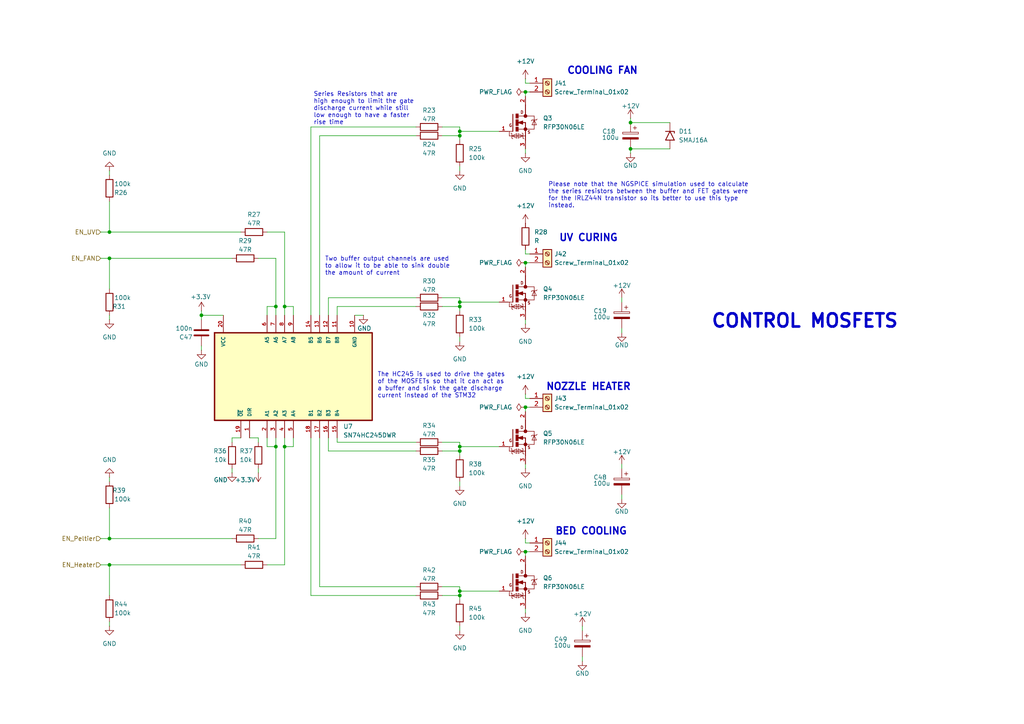
<source format=kicad_sch>
(kicad_sch (version 20250114) (generator "eeschema") (generator_version "9.0")
  (paper "A4")
  (title_block (title "Control Circuit") (date "2025-07-01") (rev "0.1") (company "Stellenbosch University") (comment 1 "Department of Mechanical and Mechatronic Engineering") (comment 2 "Student Number: 25848887") (comment 3 "Name: Simon Craig DANIEL"))
  (lib_symbols
    (symbol "Connector:Screw_Terminal_01x02" (pin_names (offset 1.016) (hide yes))
      (property "Reference" "J" (at 0 2.54 0))
      (property "Value" "Screw_Terminal_01x02" (at 0 -5.08 0))
      (symbol "Screw_Terminal_01x02_1_1"
        (rectangle (start -1.27 1.27) (end 1.27 -3.81) (stroke (width 0.254)) (fill (type background)))
        (polyline (pts (xy -0.5334 0.3302) (xy 0.3302 -0.508)) (stroke (width 0.1524)))
        (polyline (pts (xy -0.5334 -2.2098) (xy 0.3302 -3.048)) (stroke (width 0.1524)))
        (polyline (pts (xy -0.3556 0.508) (xy 0.508 -0.3302)) (stroke (width 0.1524)))
        (polyline (pts (xy -0.3556 -2.032) (xy 0.508 -2.8702)) (stroke (width 0.1524)))
        (circle (center 0 0) (radius 0.635) (stroke (width 0.1524)))
        (circle (center 0 -2.54) (radius 0.635) (stroke (width 0.1524)))
        (pin passive line (at -5.08 0 0) (length 3.81) (name "Pin_1") (number "1"))
        (pin passive line (at -5.08 -2.54 0) (length 3.81) (name "Pin_2") (number "2"))
      )
    )
    (symbol "Device:C" (pin_numbers (hide yes)) (pin_names (offset 0.254))
      (property "Reference" "C" (at 0.635 2.54 0))
      (property "Value" "C" (at 0.635 -2.54 0))
      (symbol "C_0_1"
        (polyline (pts (xy -2.032 0.762) (xy 2.032 0.762)) (stroke (width 0.508)))
        (polyline (pts (xy -2.032 -0.762) (xy 2.032 -0.762)) (stroke (width 0.508)))
      )
      (symbol "C_1_1"
        (pin passive line (at 0 3.81 270) (length 2.794) (name "~") (number "1"))
        (pin passive line (at 0 -3.81 90) (length 2.794) (name "~") (number "2"))
      )
    )
    (symbol "Device:C_Polarized" (pin_numbers (hide yes)) (pin_names (offset 0.254))
      (property "Reference" "C" (at 0.635 2.54 0))
      (property "Value" "C_Polarized" (at 0.635 -2.54 0))
      (symbol "C_Polarized_0_1"
        (rectangle (start -2.286 0.508) (end 2.286 1.016))
        (polyline (pts (xy -1.778 2.286) (xy -0.762 2.286)))
        (polyline (pts (xy -1.27 2.794) (xy -1.27 1.778)))
        (rectangle (start 2.286 -0.508) (end -2.286 -1.016) (fill (type outline)))
      )
      (symbol "C_Polarized_1_1"
        (pin passive line (at 0 3.81 270) (length 2.794) (name "~") (number "1"))
        (pin passive line (at 0 -3.81 90) (length 2.794) (name "~") (number "2"))
      )
    )
    (symbol "Device:R" (pin_numbers (hide yes)) (pin_names (offset 0))
      (property "Reference" "R" (at 2.032 0 90))
      (property "Value" "R" (at 0 0 90))
      (symbol "R_0_1"
        (rectangle (start -1.016 -2.54) (end 1.016 2.54) (stroke (width 0.254)))
      )
      (symbol "R_1_1"
        (pin passive line (at 0 3.81 270) (length 1.27) (name "~") (number "1"))
        (pin passive line (at 0 -3.81 90) (length 1.27) (name "~") (number "2"))
      )
    )
    (symbol "Diode:SMAJ16A" (pin_numbers (hide yes)) (pin_names (offset 1.016) (hide yes))
      (property "Reference" "D" (at 0 2.54 0))
      (property "Value" "SMAJ16A" (at 0 -2.54 0))
      (symbol "SMAJ16A_0_1"
        (polyline (pts (xy -0.762 1.27) (xy -1.27 1.27) (xy -1.27 -1.27)) (stroke (width 0.254)))
        (polyline (pts (xy 1.27 1.27) (xy 1.27 -1.27) (xy -1.27 0) (xy 1.27 1.27)) (stroke (width 0.254)))
      )
      (symbol "SMAJ16A_1_1"
        (pin passive line (at -3.81 0 0) (length 2.54) (name "A1") (number "1"))
        (pin passive line (at 3.81 0 180) (length 2.54) (name "A2") (number "2"))
      )
    )
    (symbol "RFP30N06LE:RFP30N06LE" (pin_names (offset 1.016))
      (property "Reference" "Q" (at 5.0818 2.5409 0))
      (property "Value" "RFP30N06LE" (at 5.0888 -2.5444 0))
      (symbol "RFP30N06LE_0_0"
        (polyline (pts (xy -4.6736 -2.54) (xy -5.08 -2.54)) (stroke (width 0.1524)))
        (polyline (pts (xy -4.6736 -2.54) (xy -4.6736 -3.8608)) (stroke (width 0.1524)))
        (polyline (pts (xy -4.6736 -3.8608) (xy -3.937 -3.8608)) (stroke (width 0.1524)))
        (polyline (pts (xy -4.2164 -3.0226) (xy -3.937 -3.2258)) (stroke (width 0.1524)))
        (polyline (pts (xy -3.937 -3.8608) (xy -3.937 -3.2258)) (stroke (width 0.1524)))
        (polyline (pts (xy -3.937 -3.8608) (xy -2.54 -4.4958)) (stroke (width 0.1524)))
        (polyline (pts (xy -3.937 -3.8608) (xy -1.27 -3.8608)) (stroke (width 0.1524)))
        (polyline (pts (xy -3.937 -4.4958) (xy -3.937 -3.8608)) (stroke (width 0.1524)))
        (polyline (pts (xy -3.937 -4.4958) (xy -3.6576 -4.699)) (stroke (width 0.1524)))
        (polyline (pts (xy -3.6576 2.413) (xy -3.6576 -2.54)) (stroke (width 0.254)))
        (polyline (pts (xy -3.6576 -2.54) (xy -4.6736 -2.54)) (stroke (width 0.1524)))
        (rectangle (start -2.7992 -2.5448) (end -2.032 -1.27) (stroke (width 0.1)) (fill (type outline)))
        (rectangle (start -2.7986 1.2721) (end -2.032 2.54) (stroke (width 0.1)) (fill (type outline)))
        (rectangle (start -2.7957 -0.8895) (end -2.032 0.889) (stroke (width 0.1)) (fill (type outline)))
        (polyline (pts (xy -2.54 -3.2258) (xy -3.937 -3.8608)) (stroke (width 0.1524)))
        (polyline (pts (xy -2.54 -4.4958) (xy -2.54 -3.2258)) (stroke (width 0.1524)))
        (polyline (pts (xy -2.286 0) (xy -0.762 -0.508)) (stroke (width 0.1524)))
        (polyline (pts (xy -2.1082 -3.2258) (xy -2.1082 -4.4958)) (stroke (width 0.1524)))
        (polyline (pts (xy -2.1082 -4.4958) (xy -0.7112 -3.8608)) (stroke (width 0.1524)))
        (polyline (pts (xy -2.032 0) (xy -2.286 0)) (stroke (width 0.254)))
        (polyline (pts (xy -2.032 0) (xy -0.889 -0.254)) (stroke (width 0.3048)))
        (polyline (pts (xy -2.032 -1.905) (xy 0 -1.905)) (stroke (width 0.1524)))
        (polyline (pts (xy -1.905 0) (xy -2.032 0)) (stroke (width 0.254)))
        (polyline (pts (xy -1.143 0.254) (xy -2.032 0)) (stroke (width 0.3048)))
        (polyline (pts (xy -0.889 0.254) (xy -2.286 0)) (stroke (width 0.1524)))
        (polyline (pts (xy -0.889 0.254) (xy -1.905 0)) (stroke (width 0.3048)))
        (polyline (pts (xy -0.889 -0.254) (xy -0.889 0.254)) (stroke (width 0.3048)))
        (polyline (pts (xy -0.762 0.508) (xy -2.286 0)) (stroke (width 0.1524)))
        (polyline (pts (xy -0.762 0) (xy -1.905 0)) (stroke (width 0.254)))
        (polyline (pts (xy -0.762 0) (xy -0.762 0.508)) (stroke (width 0.1524)))
        (polyline (pts (xy -0.762 0) (xy 0 0)) (stroke (width 0.254)))
        (polyline (pts (xy -0.762 -0.508) (xy -0.762 0)) (stroke (width 0.1524)))
        (polyline (pts (xy -0.7112 -3.2258) (xy -0.9906 -3.0226)) (stroke (width 0.1524)))
        (polyline (pts (xy -0.7112 -3.2258) (xy -0.7112 -3.8608)) (stroke (width 0.1524)))
        (polyline (pts (xy -0.7112 -3.8608) (xy -3.3782 -3.8608)) (stroke (width 0.1524)))
        (polyline (pts (xy -0.7112 -3.8608) (xy -2.1082 -3.2258)) (stroke (width 0.1524)))
        (polyline (pts (xy -0.7112 -3.8608) (xy -0.7112 -4.4958)) (stroke (width 0.1524)))
        (polyline (pts (xy -0.4318 -4.699) (xy -0.7112 -4.4958)) (stroke (width 0.1524)))
        (polyline (pts (xy 0 5.08) (xy 0 2.032)) (stroke (width 0.254)))
        (polyline (pts (xy 0 2.032) (xy 0 1.905)) (stroke (width 0.1524)))
        (circle (center 0 1.905) (radius 0.127) (stroke (width 0.4064)))
        (polyline (pts (xy 0 1.905) (xy -2.0066 1.905)) (stroke (width 0.1524)))
        (polyline (pts (xy 0 1.905) (xy 2.54 1.905)) (stroke (width 0.1524)))
        (polyline (pts (xy 0 0) (xy 0 -1.778)) (stroke (width 0.254)))
        (polyline (pts (xy 0 -1.905) (xy 0 -2.032)) (stroke (width 0.1524)))
        (circle (center 0 -1.905) (radius 0.127) (stroke (width 0.4064)))
        (polyline (pts (xy 0 -3.8608) (xy -0.7112 -3.8608)) (stroke (width 0.1524)))
        (polyline (pts (xy 0 -3.8608) (xy 0 -2.032)) (stroke (width 0.254)))
        (polyline (pts (xy 0 -5.08) (xy 0 -3.8608)) (stroke (width 0.254)))
        (polyline (pts (xy 1.905 0.762) (xy 1.7018 0.4826)) (stroke (width 0.1524)))
        (polyline (pts (xy 1.905 0.762) (xy 2.54 0.762)) (stroke (width 0.1524)))
        (polyline (pts (xy 1.905 -0.635) (xy 3.175 -0.635)) (stroke (width 0.1524)))
        (polyline (pts (xy 2.54 1.905) (xy 2.54 0.762)) (stroke (width 0.1524)))
        (polyline (pts (xy 2.54 0.762) (xy 1.905 -0.635)) (stroke (width 0.1524)))
        (polyline (pts (xy 2.54 0.762) (xy 2.54 -1.905)) (stroke (width 0.1524)))
        (polyline (pts (xy 2.54 0.762) (xy 3.175 0.762)) (stroke (width 0.1524)))
        (polyline (pts (xy 2.54 -1.905) (xy 0 -1.905)) (stroke (width 0.1524)))
        (polyline (pts (xy 3.175 -0.635) (xy 2.54 0.762)) (stroke (width 0.1524)))
        (polyline (pts (xy 3.3782 1.0414) (xy 3.175 0.762)) (stroke (width 0.1524)))
        (text "G" (at -4.8326 -1.2718 0) (effects (font (size 0.8139 0.8139)) (justify left bottom)))
        (text "D" (at -1.5263 2.5438 0) (effects (font (size 0.814 0.814)) (justify left bottom)))
        (text "S" (at 0.5336 -3.2524 0) (effects (font (size 0.8131 0.8131)) (justify left bottom)))
        (pin input line (at -7.62 -2.54 0) (length 2.54) (name "~") (number "1"))
        (pin power_in line (at 0 7.62 270) (length 2.54) (name "~") (number "2"))
        (pin power_in line (at 0 -7.62 90) (length 2.54) (name "~") (number "3"))
      )
    )
    (symbol "SN74HC245DWR:SN74HC245DWR" (pin_names (offset 1.016))
      (property "Reference" "U" (at -12.7 23.86 0))
      (property "Value" "SN74HC245DWR" (at -12.7 -26.86 0))
      (symbol "SN74HC245DWR_0_0"
        (rectangle (start -12.7 -22.86) (end 12.7 22.86) (stroke (width 0.41)) (fill (type background)))
        (pin input line (at -17.78 15.24 0) (length 5.08) (name "~{OE}") (number "19"))
        (pin input line (at -17.78 12.7 0) (length 5.08) (name "DIR") (number "1"))
        (pin bidirectional line (at -17.78 7.62 0) (length 5.08) (name "A1") (number "2"))
        (pin bidirectional line (at -17.78 5.08 0) (length 5.08) (name "A2") (number "3"))
        (pin bidirectional line (at -17.78 2.54 0) (length 5.08) (name "A3") (number "4"))
        (pin bidirectional line (at -17.78 0 0) (length 5.08) (name "A4") (number "5"))
        (pin bidirectional line (at -17.78 -5.08 0) (length 5.08) (name "B1") (number "18"))
        (pin bidirectional line (at -17.78 -7.62 0) (length 5.08) (name "B2") (number "17"))
        (pin bidirectional line (at -17.78 -10.16 0) (length 5.08) (name "B3") (number "16"))
        (pin bidirectional line (at -17.78 -12.7 0) (length 5.08) (name "B4") (number "15"))
        (pin power_in line (at 17.78 20.32 180) (length 5.08) (name "VCC") (number "20"))
        (pin bidirectional line (at 17.78 7.62 180) (length 5.08) (name "A5") (number "6"))
        (pin bidirectional line (at 17.78 5.08 180) (length 5.08) (name "A6") (number "7"))
        (pin bidirectional line (at 17.78 2.54 180) (length 5.08) (name "A7") (number "8"))
        (pin bidirectional line (at 17.78 0 180) (length 5.08) (name "A8") (number "9"))
        (pin bidirectional line (at 17.78 -5.08 180) (length 5.08) (name "B5") (number "14"))
        (pin bidirectional line (at 17.78 -7.62 180) (length 5.08) (name "B6") (number "13"))
        (pin bidirectional line (at 17.78 -10.16 180) (length 5.08) (name "B7") (number "12"))
        (pin bidirectional line (at 17.78 -12.7 180) (length 5.08) (name "B8") (number "11"))
        (pin power_in line (at 17.78 -17.78 180) (length 5.08) (name "GND") (number "10"))
      )
    )
    (symbol "power:+12V" (power) (pin_numbers (hide yes)) (pin_names (offset 0) (hide yes))
      (property "Value" "+12V" (at 0 3.556 0))
      (symbol "+12V_0_1"
        (polyline (pts (xy -0.762 1.27) (xy 0 2.54)))
        (polyline (pts (xy 0 2.54) (xy 0.762 1.27)))
        (polyline (pts (xy 0 0) (xy 0 2.54)))
      )
      (symbol "+12V_1_1"
        (pin power_in line (at 0 0 90) (length 0) (name "~") (number "1"))
      )
    )
    (symbol "power:+24V" (power) (pin_numbers (hide yes)) (pin_names (offset 0) (hide yes))
      (property "Value" "+24V" (at 0 3.556 0))
      (symbol "+24V_0_1"
        (polyline (pts (xy -0.762 1.27) (xy 0 2.54)))
        (polyline (pts (xy 0 2.54) (xy 0.762 1.27)))
        (polyline (pts (xy 0 0) (xy 0 2.54)))
      )
      (symbol "+24V_1_1"
        (pin power_in line (at 0 0 90) (length 0) (name "~") (number "1"))
      )
    )
    (symbol "power:+3.3V" (power) (pin_numbers (hide yes)) (pin_names (offset 0) (hide yes))
      (property "Value" "+3.3V" (at 0 3.556 0))
      (symbol "+3.3V_0_1"
        (polyline (pts (xy -0.762 1.27) (xy 0 2.54)))
        (polyline (pts (xy 0 2.54) (xy 0.762 1.27)))
        (polyline (pts (xy 0 0) (xy 0 2.54)))
      )
      (symbol "+3.3V_1_1"
        (pin power_in line (at 0 0 90) (length 0) (name "~") (number "1"))
      )
    )
    (symbol "power:GND" (power) (pin_numbers (hide yes)) (pin_names (offset 0) (hide yes))
      (property "Value" "GND" (at 0 -3.81 0))
      (symbol "GND_0_1"
        (polyline (pts (xy 0 0) (xy 0 -1.27) (xy 1.27 -1.27) (xy 0 -2.54) (xy -1.27 -1.27) (xy 0 -1.27)))
      )
      (symbol "GND_1_1"
        (pin power_in line (at 0 0 270) (length 0) (name "~") (number "1"))
      )
    )
    (symbol "power:PWR_FLAG" (power) (pin_numbers (hide yes)) (pin_names (offset 0) (hide yes))
      (property "Value" "PWR_FLAG" (at 0 3.81 0))
      (symbol "PWR_FLAG_0_0"
        (pin power_out line (at 0 0 90) (length 0) (name "~") (number "1"))
      )
      (symbol "PWR_FLAG_0_1"
        (polyline (pts (xy 0 0) (xy 0 1.27) (xy -1.016 1.905) (xy 0 2.54) (xy 1.016 1.905) (xy 0 1.27)))
      )
    )
  )
  (text "UV CURING" (at 170.688 69.088 0) (effects (font (size 2.032 2.032) (thickness 0.4064) (bold yes))))
  (text "NOZZLE HEATER" (at 170.688 112.268 0) (effects (font (size 2.032 2.032) (thickness 0.4064) (bold yes))))
  (text "COOLING FAN\n" (at 174.752 20.574 0) (effects (font (size 2.032 2.032) (thickness 0.4064) (bold yes))))
  (text "Two buffer output channels are used \nto allow it to be able to sink double \nthe amount of current" (at 94.234 77.216 0) (effects (font (size 1.27 1.27)) (justify left)))
  (text "The HC245 is used to drive the gates \nof the MOSFETs so that it can act as \na buffer and sink the gate discharge \ncurrent instead of the STM32 " (at 109.474 111.76 0) (effects (font (size 1.27 1.27)) (justify left)))
  (text "Please note that the NGSPICE simulation used to calculate \nthe series resistors between the buffer and FET gates were \nfor the IRLZ44N transistor so its better to use this type \ninstead." (at 159.004 56.642 0) (effects (font (size 1.27 1.27)) (justify left)))
  (text "CONTROL MOSFETS\n" (at 233.426 93.218 0) (effects (font (size 3.81 3.81) (thickness 0.762) (bold yes))))
  (text "Series Resistors that are \nhigh enough to limit the gate \ndischarge current while still \nlow enough to have a faster \nrise time\n" (at 90.932 31.496 0) (effects (font (size 1.27 1.27)) (justify left)))
  (text "BED COOLING" (at 171.45 154.178 0) (effects (font (size 2.032 2.032) (thickness 0.4064) (bold yes))))
  (junction (at 31.75 74.93))
  (junction (at 80.01 88.9))
  (junction (at 152.4 118.11))
  (junction (at 31.75 67.31))
  (junction (at 152.4 76.2))
  (junction (at 152.4 26.67))
  (junction (at 182.88 43.18))
  (junction (at 182.88 35.56))
  (junction (at 133.35 39.37))
  (junction (at 133.35 172.72))
  (junction (at 133.35 129.54))
  (junction (at 133.35 88.9))
  (junction (at 133.35 38.1))
  (junction (at 82.55 129.54))
  (junction (at 80.01 129.54))
  (junction (at 31.75 156.21))
  (junction (at 133.35 171.45))
  (junction (at 133.35 87.63))
  (junction (at 31.75 163.83))
  (junction (at 133.35 130.81))
  (junction (at 82.55 88.9))
  (junction (at 58.42 91.44))
  (junction (at 152.4 160.02))
  (wire (pts (xy 152.4 134.62) (xy 152.4 135.89)))
  (wire (pts (xy 77.47 127) (xy 77.47 129.54)))
  (wire (pts (xy 133.35 139.7) (xy 133.35 140.97)))
  (wire (pts (xy 152.4 115.57) (xy 153.67 115.57)))
  (wire (pts (xy 31.75 156.21) (xy 67.31 156.21)))
  (wire (pts (xy 182.88 34.29) (xy 182.88 35.56)))
  (wire (pts (xy 29.21 74.93) (xy 31.75 74.93)))
  (wire (pts (xy 105.41 91.44) (xy 102.87 91.44)))
  (wire (pts (xy 82.55 88.9) (xy 82.55 67.31)))
  (wire (pts (xy 152.4 160.02) (xy 153.67 160.02)))
  (wire (pts (xy 133.35 129.54) (xy 144.78 129.54)))
  (wire (pts (xy 152.4 119.38) (xy 152.4 118.11)))
  (wire (pts (xy 90.17 36.83) (xy 120.65 36.83)))
  (wire (pts (xy 152.4 43.18) (xy 152.4 44.45)))
  (wire (pts (xy 92.71 170.18) (xy 120.65 170.18)))
  (wire (pts (xy 152.4 76.2) (xy 153.67 76.2)))
  (wire (pts (xy 31.75 92.71) (xy 31.75 91.44)))
  (wire (pts (xy 74.93 135.89) (xy 74.93 137.16)))
  (wire (pts (xy 133.35 181.61) (xy 133.35 182.88)))
  (wire (pts (xy 194.31 43.18) (xy 182.88 43.18)))
  (wire (pts (xy 128.27 86.36) (xy 133.35 86.36)))
  (wire (pts (xy 95.25 86.36) (xy 120.65 86.36)))
  (wire (pts (xy 31.75 163.83) (xy 69.85 163.83)))
  (wire (pts (xy 31.75 163.83) (xy 31.75 172.72)))
  (wire (pts (xy 67.31 135.89) (xy 67.31 137.16)))
  (wire (pts (xy 152.4 114.3) (xy 152.4 115.57)))
  (wire (pts (xy 85.09 91.44) (xy 85.09 88.9)))
  (wire (pts (xy 128.27 88.9) (xy 133.35 88.9)))
  (wire (pts (xy 152.4 156.21) (xy 152.4 157.48)))
  (wire (pts (xy 58.42 101.6) (xy 58.42 100.33)))
  (wire (pts (xy 31.75 58.42) (xy 31.75 67.31)))
  (wire (pts (xy 90.17 172.72) (xy 120.65 172.72)))
  (wire (pts (xy 133.35 97.79) (xy 133.35 99.06)))
  (wire (pts (xy 152.4 73.66) (xy 153.67 73.66)))
  (wire (pts (xy 97.79 128.27) (xy 120.65 128.27)))
  (wire (pts (xy 133.35 88.9) (xy 133.35 87.63)))
  (wire (pts (xy 152.4 22.86) (xy 152.4 24.13)))
  (wire (pts (xy 168.91 181.61) (xy 168.91 182.88)))
  (wire (pts (xy 95.25 130.81) (xy 120.65 130.81)))
  (wire (pts (xy 74.93 127) (xy 74.93 128.27)))
  (wire (pts (xy 133.35 170.18) (xy 133.35 171.45)))
  (wire (pts (xy 97.79 127) (xy 97.79 128.27)))
  (wire (pts (xy 31.75 138.43) (xy 31.75 139.7)))
  (wire (pts (xy 90.17 36.83) (xy 90.17 91.44)))
  (wire (pts (xy 180.34 86.36) (xy 180.34 87.63)))
  (wire (pts (xy 133.35 39.37) (xy 133.35 40.64)))
  (wire (pts (xy 80.01 74.93) (xy 74.93 74.93)))
  (wire (pts (xy 152.4 176.53) (xy 152.4 177.8)))
  (wire (pts (xy 133.35 86.36) (xy 133.35 87.63)))
  (wire (pts (xy 80.01 129.54) (xy 80.01 156.21)))
  (wire (pts (xy 31.75 180.34) (xy 31.75 181.61)))
  (wire (pts (xy 92.71 39.37) (xy 120.65 39.37)))
  (wire (pts (xy 182.88 43.18) (xy 182.88 44.45)))
  (wire (pts (xy 58.42 91.44) (xy 58.42 92.71)))
  (wire (pts (xy 168.91 190.5) (xy 168.91 191.77)))
  (wire (pts (xy 152.4 118.11) (xy 153.67 118.11)))
  (wire (pts (xy 80.01 91.44) (xy 80.01 88.9)))
  (wire (pts (xy 67.31 127) (xy 69.85 127)))
  (wire (pts (xy 180.34 143.51) (xy 180.34 144.78)))
  (wire (pts (xy 128.27 172.72) (xy 133.35 172.72)))
  (wire (pts (xy 85.09 88.9) (xy 82.55 88.9)))
  (wire (pts (xy 85.09 127) (xy 85.09 129.54)))
  (wire (pts (xy 74.93 127) (xy 72.39 127)))
  (wire (pts (xy 133.35 87.63) (xy 144.78 87.63)))
  (wire (pts (xy 152.4 92.71) (xy 152.4 93.98)))
  (wire (pts (xy 133.35 38.1) (xy 144.78 38.1)))
  (wire (pts (xy 82.55 163.83) (xy 77.47 163.83)))
  (wire (pts (xy 31.75 74.93) (xy 67.31 74.93)))
  (wire (pts (xy 133.35 171.45) (xy 144.78 171.45)))
  (wire (pts (xy 133.35 172.72) (xy 133.35 173.99)))
  (wire (pts (xy 67.31 127) (xy 67.31 128.27)))
  (wire (pts (xy 152.4 161.29) (xy 152.4 160.02)))
  (wire (pts (xy 152.4 26.67) (xy 153.67 26.67)))
  (wire (pts (xy 180.34 134.62) (xy 180.34 135.89)))
  (wire (pts (xy 29.21 163.83) (xy 31.75 163.83)))
  (wire (pts (xy 58.42 90.17) (xy 58.42 91.44)))
  (wire (pts (xy 97.79 88.9) (xy 120.65 88.9)))
  (wire (pts (xy 133.35 130.81) (xy 133.35 129.54)))
  (wire (pts (xy 152.4 157.48) (xy 153.67 157.48)))
  (wire (pts (xy 95.25 86.36) (xy 95.25 91.44)))
  (wire (pts (xy 133.35 172.72) (xy 133.35 171.45)))
  (wire (pts (xy 82.55 67.31) (xy 77.47 67.31)))
  (wire (pts (xy 82.55 91.44) (xy 82.55 88.9)))
  (wire (pts (xy 133.35 88.9) (xy 133.35 90.17)))
  (wire (pts (xy 180.34 95.25) (xy 180.34 96.52)))
  (wire (pts (xy 80.01 88.9) (xy 80.01 74.93)))
  (wire (pts (xy 128.27 128.27) (xy 133.35 128.27)))
  (wire (pts (xy 77.47 88.9) (xy 80.01 88.9)))
  (wire (pts (xy 133.35 130.81) (xy 133.35 132.08)))
  (wire (pts (xy 82.55 127) (xy 82.55 129.54)))
  (wire (pts (xy 58.42 91.44) (xy 64.77 91.44)))
  (wire (pts (xy 82.55 129.54) (xy 82.55 163.83)))
  (wire (pts (xy 133.35 36.83) (xy 133.35 38.1)))
  (wire (pts (xy 92.71 39.37) (xy 92.71 91.44)))
  (wire (pts (xy 152.4 27.94) (xy 152.4 26.67)))
  (wire (pts (xy 29.21 156.21) (xy 31.75 156.21)))
  (wire (pts (xy 80.01 156.21) (xy 74.93 156.21)))
  (wire (pts (xy 152.4 72.39) (xy 152.4 73.66)))
  (wire (pts (xy 194.31 35.56) (xy 182.88 35.56)))
  (wire (pts (xy 133.35 48.26) (xy 133.35 49.53)))
  (wire (pts (xy 95.25 127) (xy 95.25 130.81)))
  (wire (pts (xy 90.17 127) (xy 90.17 172.72)))
  (wire (pts (xy 92.71 127) (xy 92.71 170.18)))
  (wire (pts (xy 31.75 67.31) (xy 69.85 67.31)))
  (wire (pts (xy 133.35 39.37) (xy 133.35 38.1)))
  (wire (pts (xy 152.4 77.47) (xy 152.4 76.2)))
  (wire (pts (xy 77.47 129.54) (xy 80.01 129.54)))
  (wire (pts (xy 29.21 67.31) (xy 31.75 67.31)))
  (wire (pts (xy 128.27 39.37) (xy 133.35 39.37)))
  (wire (pts (xy 152.4 24.13) (xy 153.67 24.13)))
  (wire (pts (xy 31.75 74.93) (xy 31.75 83.82)))
  (wire (pts (xy 31.75 50.8) (xy 31.75 49.53)))
  (wire (pts (xy 77.47 91.44) (xy 77.47 88.9)))
  (wire (pts (xy 128.27 130.81) (xy 133.35 130.81)))
  (wire (pts (xy 97.79 88.9) (xy 97.79 91.44)))
  (wire (pts (xy 80.01 127) (xy 80.01 129.54)))
  (wire (pts (xy 128.27 36.83) (xy 133.35 36.83)))
  (wire (pts (xy 128.27 170.18) (xy 133.35 170.18)))
  (wire (pts (xy 31.75 147.32) (xy 31.75 156.21)))
  (wire (pts (xy 133.35 128.27) (xy 133.35 129.54)))
  (wire (pts (xy 85.09 129.54) (xy 82.55 129.54)))
  (hierarchical_label "EN_Peltier" (shape input) (at 29.21 156.21 180))
  (hierarchical_label "EN_UV" (shape input) (at 29.21 67.31 180))
  (hierarchical_label "EN_Heater" (shape input) (at 29.21 163.83 180))
  (hierarchical_label "EN_FAN" (shape input) (at 29.21 74.93 180))
  (symbol (lib_id "Connector:Screw_Terminal_01x02") (at 158.75 73.66 0) (unit 1)
    (property "Reference" "J42" (at 160.782 73.66 0) (effects (justify left)))
    (property "Value" "Screw_Terminal_01x02" (at 160.782 76.2 0) (effects (justify left)))
    (property "Footprint" "TerminalBlock_Phoenix:TerminalBlock_Phoenix_MKDS-1,5-2-5.08_1x02_P5.08mm_Horizontal" (effects (hide yes)))
    (property "Description" "Generic screw terminal, single row, 01x02, script generated (kicad-library-utils/schlib/autogen/connector/)" (effects (hide yes)))
  )
  (symbol (lib_id "power:PWR_FLAG") (at 152.4 118.11 90) (unit 1)
    (property "Reference" "#FLG012" (effects (hide yes)))
    (property "Value" "PWR_FLAG" (at 148.59 118.1099 90) (effects (justify left)))
    (property "Description" "Special symbol for telling ERC where power comes from" (effects (hide yes)))
  )
  (symbol (lib_id "power:PWR_FLAG") (at 152.4 160.02 90) (unit 1)
    (property "Reference" "#FLG013" (effects (hide yes)))
    (property "Value" "PWR_FLAG" (at 148.59 160.0199 90) (effects (justify left)))
    (property "Description" "Special symbol for telling ERC where power comes from" (effects (hide yes)))
  )
  (symbol (lib_id "power:GND") (at 133.35 182.88 0) (mirror y) (unit 1)
    (property "Reference" "#PWR0129" (effects (hide yes)))
    (property "Value" "GND" (at 133.35 187.96 0))
    (property "Description" "Power symbol creates a global label with name \"GND\" , ground" (effects (hide yes)))
  )
  (symbol (lib_id "Device:R") (at 124.46 128.27 90) (unit 1)
    (property "Reference" "R34" (at 124.46 123.444 90))
    (property "Value" "47R" (at 124.46 125.984 90))
    (property "Footprint" "Resistor_SMD:R_0805_2012Metric" (effects (hide yes)))
    (property "Description" "Resistor" (effects (hide yes)))
  )
  (symbol (lib_id "Device:R") (at 124.46 88.9 90) (mirror x) (unit 1)
    (property "Reference" "R32" (at 124.46 91.44 90))
    (property "Value" "47R" (at 124.46 93.98 90))
    (property "Footprint" "Resistor_SMD:R_0805_2012Metric" (effects (hide yes)))
    (property "Description" "Resistor" (effects (hide yes)))
  )
  (symbol (lib_id "power:GND") (at 180.34 144.78 0) (mirror y) (unit 1)
    (property "Reference" "#PWR0124" (effects (hide yes)))
    (property "Value" "GND" (at 180.34 148.336 0))
    (property "Description" "Power symbol creates a global label with name \"GND\" , ground" (effects (hide yes)))
  )
  (symbol (lib_id "Device:R") (at 124.46 39.37 90) (mirror x) (unit 1)
    (property "Reference" "R24" (at 124.46 41.91 90))
    (property "Value" "47R" (at 124.46 44.45 90))
    (property "Footprint" "Resistor_SMD:R_0805_2012Metric" (effects (hide yes)))
    (property "Description" "Resistor" (effects (hide yes)))
  )
  (symbol (lib_id "Diode:SMAJ16A") (at 194.31 39.37 270) (unit 1)
    (property "Reference" "D11" (at 196.85 38.0999 90) (effects (justify left)))
    (property "Value" "SMAJ16A" (at 196.85 40.6399 90) (effects (justify left)))
    (property "Footprint" "Diode_SMD:D_SMA" (effects (hide yes)))
    (property "Datasheet" "https://www.littelfuse.com/media?resourcetype=datasheets&itemid=75e32973-b177-4ee3-a0ff-cedaf1abdb93&filename=smaj-datasheet" (effects (hide yes)))
    (property "Description" "400W unidirectional Transient Voltage Suppressor, 16.0Vr, SMA(DO-214AC)" (effects (hide yes)))
  )
  (symbol (lib_id "power:GND") (at 152.4 177.8 0) (unit 1)
    (property "Reference" "#PWR0126" (effects (hide yes)))
    (property "Value" "GND" (at 152.4 182.88 0))
    (property "Description" "Power symbol creates a global label with name \"GND\" , ground" (effects (hide yes)))
  )
  (symbol (lib_id "power:+24V") (at 180.34 134.62 0) (mirror y) (unit 1)
    (property "Reference" "#PWR0118" (effects (hide yes)))
    (property "Value" "+12V" (at 180.34 131.064 0))
    (property "Description" "Power symbol creates a global label with name \"+24V\"" (effects (hide yes)))
  )
  (symbol (lib_id "Connector:Screw_Terminal_01x02") (at 158.75 157.48 0) (unit 1)
    (property "Reference" "J44" (at 160.782 157.48 0) (effects (justify left)))
    (property "Value" "Screw_Terminal_01x02" (at 160.782 160.02 0) (effects (justify left)))
    (property "Footprint" "TerminalBlock_Phoenix:TerminalBlock_Phoenix_MKDS-1,5-2-5.08_1x02_P5.08mm_Horizontal" (effects (hide yes)))
    (property "Description" "Generic screw terminal, single row, 01x02, script generated (kicad-library-utils/schlib/autogen/connector/)" (effects (hide yes)))
  )
  (symbol (lib_id "Device:R") (at 124.46 172.72 90) (mirror x) (unit 1)
    (property "Reference" "R43" (at 124.46 175.26 90))
    (property "Value" "47R" (at 124.46 177.8 90))
    (property "Footprint" "Resistor_SMD:R_0805_2012Metric" (effects (hide yes)))
    (property "Description" "Resistor" (effects (hide yes)))
  )
  (symbol (lib_id "power:GND") (at 31.75 92.71 0) (mirror y) (unit 1)
    (property "Reference" "#PWR0112" (effects (hide yes)))
    (property "Value" "GND" (at 31.75 97.79 0))
    (property "Description" "Power symbol creates a global label with name \"GND\" , ground" (effects (hide yes)))
  )
  (symbol (lib_id "Device:R") (at 73.66 67.31 90) (unit 1)
    (property "Reference" "R27" (at 73.66 62.23 90))
    (property "Value" "47R" (at 73.66 64.77 90))
    (property "Footprint" "Resistor_SMD:R_0805_2012Metric" (effects (hide yes)))
    (property "Description" "Resistor" (effects (hide yes)))
  )
  (symbol (lib_id "power:PWR_FLAG") (at 152.4 26.67 90) (unit 1)
    (property "Reference" "#FLG010" (effects (hide yes)))
    (property "Value" "PWR_FLAG" (at 148.59 26.6699 90) (effects (justify left)))
    (property "Description" "Special symbol for telling ERC where power comes from" (effects (hide yes)))
  )
  (symbol (lib_id "RFP30N06LE:RFP30N06LE") (at 152.4 85.09 0) (unit 1)
    (property "Reference" "Q4" (at 157.48 83.8199 0) (effects (justify left)))
    (property "Value" "RFP30N06LE" (at 157.48 86.3599 0) (effects (justify left)))
    (property "Footprint" "RFP30N06LE:TRANS_RFP30N06LE" (effects (hide yes)))
    (property "MF" "ON Semiconductor" (effects (hide yes)))
    (property "Description_1" "N-Channel 60 V 30A (Ta) 96W (Tc) Through Hole TO-220-3" (effects (hide yes)))
    (property "Package" "Package" (effects (hide yes)))
    (property "Price" "None" (effects (hide yes)))
    (property "Check_prices" "https://www.snapeda.com/parts/RFP30N06LE/Onsemi/view-part/?ref=eda" (effects (hide yes)))
    (property "SnapEDA_Link" "https://www.snapeda.com/parts/RFP30N06LE/Onsemi/view-part/?ref=snap" (effects (hide yes)))
    (property "MP" "RFP30N06LE" (effects (hide yes)))
    (property "Availability" "In Stock" (effects (hide yes)))
    (property "MANUFACTURER" "FAIRCHILD SEMICONDUCTORS" (effects (hide yes)))
  )
  (symbol (lib_id "power:GND") (at 180.34 96.52 0) (mirror y) (unit 1)
    (property "Reference" "#PWR0114" (effects (hide yes)))
    (property "Value" "GND" (at 180.34 100.076 0))
    (property "Description" "Power symbol creates a global label with name \"GND\" , ground" (effects (hide yes)))
  )
  (symbol (lib_id "power:GND") (at 133.35 99.06 0) (mirror y) (unit 1)
    (property "Reference" "#PWR0115" (effects (hide yes)))
    (property "Value" "GND" (at 133.35 104.14 0))
    (property "Description" "Power symbol creates a global label with name \"GND\" , ground" (effects (hide yes)))
  )
  (symbol (lib_id "Device:R") (at 124.46 36.83 90) (unit 1)
    (property "Reference" "R23" (at 124.46 32.004 90))
    (property "Value" "47R" (at 124.46 34.544 90))
    (property "Footprint" "Resistor_SMD:R_0805_2012Metric" (effects (hide yes)))
    (property "Description" "Resistor" (effects (hide yes)))
  )
  (symbol (lib_id "power:GND") (at 67.31 137.16 0) (unit 1)
    (property "Reference" "#PWR0120" (effects (hide yes)))
    (property "Value" "GND" (at 64.008 139.192 0))
    (property "Description" "Power symbol creates a global label with name \"GND\" , ground" (effects (hide yes)))
  )
  (symbol (lib_id "Device:R") (at 31.75 54.61 0) (mirror x) (unit 1)
    (property "Reference" "R26" (at 35.052 55.88 0))
    (property "Value" "100k" (at 35.56 53.34 0))
    (property "Footprint" "Resistor_SMD:R_0805_2012Metric" (effects (hide yes)))
    (property "Description" "Resistor" (effects (hide yes)))
  )
  (symbol (lib_id "RFP30N06LE:RFP30N06LE") (at 152.4 35.56 0) (unit 1)
    (property "Reference" "Q3" (at 157.48 34.2899 0) (effects (justify left)))
    (property "Value" "RFP30N06LE" (at 157.48 36.8299 0) (effects (justify left)))
    (property "Footprint" "RFP30N06LE:TRANS_RFP30N06LE" (effects (hide yes)))
    (property "MF" "ON Semiconductor" (effects (hide yes)))
    (property "Description_1" "N-Channel 60 V 30A (Ta) 96W (Tc) Through Hole TO-220-3" (effects (hide yes)))
    (property "Package" "Package" (effects (hide yes)))
    (property "Price" "None" (effects (hide yes)))
    (property "Check_prices" "https://www.snapeda.com/parts/RFP30N06LE/Onsemi/view-part/?ref=eda" (effects (hide yes)))
    (property "SnapEDA_Link" "https://www.snapeda.com/parts/RFP30N06LE/Onsemi/view-part/?ref=snap" (effects (hide yes)))
    (property "MP" "RFP30N06LE" (effects (hide yes)))
    (property "Availability" "In Stock" (effects (hide yes)))
    (property "MANUFACTURER" "FAIRCHILD SEMICONDUCTORS" (effects (hide yes)))
  )
  (symbol (lib_id "Device:R") (at 133.35 177.8 180) (unit 1)
    (property "Reference" "R45" (at 135.89 176.5299 0) (effects (justify right)))
    (property "Value" "100k" (at 135.89 179.0699 0) (effects (justify right)))
    (property "Footprint" "Resistor_SMD:R_0805_2012Metric" (effects (hide yes)))
    (property "Description" "Resistor" (effects (hide yes)))
  )
  (symbol (lib_id "Device:R") (at 31.75 176.53 0) (unit 1)
    (property "Reference" "R44" (at 35.052 175.26 0))
    (property "Value" "100k" (at 35.56 177.8 0))
    (property "Footprint" "Resistor_SMD:R_0805_2012Metric" (effects (hide yes)))
    (property "Description" "Resistor" (effects (hide yes)))
  )
  (symbol (lib_id "Device:R") (at 74.93 132.08 180) (unit 1)
    (property "Reference" "R37" (at 69.469 130.81 0) (effects (justify right)))
    (property "Value" "10k" (at 69.469 133.35 0) (effects (justify right)))
    (property "Footprint" "Resistor_SMD:R_0805_2012Metric" (effects (hide yes)))
    (property "Description" "Resistor" (effects (hide yes)))
  )
  (symbol (lib_id "SN74HC245DWR:SN74HC245DWR") (at 85.09 109.22 90) (unit 1)
    (property "Reference" "U7" (at 99.568 123.698 90) (effects (justify right)))
    (property "Value" "SN74HC245DWR" (at 99.568 126.238 90) (effects (justify right)))
    (property "Footprint" "SN74HC245DWR:SOIC127P1030X265-20N" (effects (hide yes)))
    (property "SnapEDA_Link" "https://www.snapeda.com/parts/SN74HC245DWR/Texas+Instruments/view-part/?ref=snap" (effects (hide yes)))
    (property "Description_1" "Octal Bus Transceivers With 3-State Outputs" (effects (hide yes)))
    (property "MF" "Texas Instruments" (effects (hide yes)))
    (property "Package" "SOIC-20 Texas Instruments" (effects (hide yes)))
    (property "Check_prices" "https://www.snapeda.com/parts/SN74HC245DWR/Texas+Instruments/view-part/?ref=eda" (effects (hide yes)))
    (property "MP" "SN74HC245DWR" (effects (hide yes)))
  )
  (symbol (lib_id "Device:R") (at 133.35 44.45 180) (unit 1)
    (property "Reference" "R25" (at 135.89 43.1799 0) (effects (justify right)))
    (property "Value" "100k" (at 135.89 45.7199 0) (effects (justify right)))
    (property "Footprint" "Resistor_SMD:R_0805_2012Metric" (effects (hide yes)))
    (property "Description" "Resistor" (effects (hide yes)))
  )
  (symbol (lib_id "Device:R") (at 133.35 93.98 180) (unit 1)
    (property "Reference" "R33" (at 135.89 92.7099 0) (effects (justify right)))
    (property "Value" "100k" (at 135.89 95.2499 0) (effects (justify right)))
    (property "Footprint" "Resistor_SMD:R_0805_2012Metric" (effects (hide yes)))
    (property "Description" "Resistor" (effects (hide yes)))
  )
  (symbol (lib_id "power:+24V") (at 182.88 34.29 0) (mirror y) (unit 1)
    (property "Reference" "#PWR0103" (effects (hide yes)))
    (property "Value" "+12V" (at 182.88 30.734 0))
    (property "Description" "Power symbol creates a global label with name \"+24V\"" (effects (hide yes)))
  )
  (symbol (lib_id "Device:R") (at 124.46 130.81 90) (mirror x) (unit 1)
    (property "Reference" "R35" (at 124.46 133.35 90))
    (property "Value" "47R" (at 124.46 135.89 90))
    (property "Footprint" "Resistor_SMD:R_0805_2012Metric" (effects (hide yes)))
    (property "Description" "Resistor" (effects (hide yes)))
  )
  (symbol (lib_id "Device:R") (at 71.12 74.93 90) (unit 1)
    (property "Reference" "R29" (at 71.12 69.85 90))
    (property "Value" "47R" (at 71.12 72.39 90))
    (property "Footprint" "Resistor_SMD:R_0805_2012Metric" (effects (hide yes)))
    (property "Description" "Resistor" (effects (hide yes)))
  )
  (symbol (lib_id "Device:C_Polarized") (at 180.34 139.7 0) (mirror y) (unit 1)
    (property "Reference" "C48" (at 176.022 138.43 0) (effects (justify left)))
    (property "Value" "100u" (at 177.038 140.208 0) (effects (justify left)))
    (property "Footprint" "Capacitor_SMD:CP_Elec_6.3x7.7" (effects (hide yes)))
    (property "Description" "Polarized capacitor" (effects (hide yes)))
  )
  (symbol (lib_id "Device:C_Polarized") (at 168.91 186.69 0) (mirror y) (unit 1)
    (property "Reference" "C49" (at 164.592 185.42 0) (effects (justify left)))
    (property "Value" "100u" (at 165.608 187.198 0) (effects (justify left)))
    (property "Footprint" "Capacitor_SMD:CP_Elec_6.3x7.7" (effects (hide yes)))
    (property "Description" "Polarized capacitor" (effects (hide yes)))
  )
  (symbol (lib_id "power:+24V") (at 168.91 181.61 0) (mirror y) (unit 1)
    (property "Reference" "#PWR0128" (effects (hide yes)))
    (property "Value" "+12V" (at 168.91 178.054 0))
    (property "Description" "Power symbol creates a global label with name \"+24V\"" (effects (hide yes)))
  )
  (symbol (lib_id "power:GND") (at 31.75 138.43 180) (unit 1)
    (property "Reference" "#PWR0122" (effects (hide yes)))
    (property "Value" "GND" (at 31.75 133.35 0))
    (property "Description" "Power symbol creates a global label with name \"GND\" , ground" (effects (hide yes)))
  )
  (symbol (lib_id "power:PWR_FLAG") (at 152.4 76.2 90) (unit 1)
    (property "Reference" "#FLG011" (effects (hide yes)))
    (property "Value" "PWR_FLAG" (at 148.59 76.1999 90) (effects (justify left)))
    (property "Description" "Special symbol for telling ERC where power comes from" (effects (hide yes)))
  )
  (symbol (lib_id "power:GND") (at 31.75 181.61 0) (unit 1)
    (property "Reference" "#PWR0127" (effects (hide yes)))
    (property "Value" "GND" (at 31.75 186.69 0))
    (property "Description" "Power symbol creates a global label with name \"GND\" , ground" (effects (hide yes)))
  )
  (symbol (lib_id "Device:R") (at 31.75 87.63 0) (mirror x) (unit 1)
    (property "Reference" "R31" (at 34.544 88.9 0))
    (property "Value" "100k" (at 35.56 86.36 0))
    (property "Footprint" "Resistor_SMD:R_0805_2012Metric" (effects (hide yes)))
    (property "Description" "Resistor" (effects (hide yes)))
  )
  (symbol (lib_id "power:GND") (at 152.4 135.89 0) (unit 1)
    (property "Reference" "#PWR0119" (effects (hide yes)))
    (property "Value" "GND" (at 152.4 140.97 0))
    (property "Description" "Power symbol creates a global label with name \"GND\" , ground" (effects (hide yes)))
  )
  (symbol (lib_id "power:GND") (at 58.42 101.6 0) (mirror y) (unit 1)
    (property "Reference" "#PWR0116" (effects (hide yes)))
    (property "Value" "GND" (at 58.42 105.664 0))
    (property "Description" "Power symbol creates a global label with name \"GND\" , ground" (effects (hide yes)))
  )
  (symbol (lib_id "power:GND") (at 152.4 93.98 0) (unit 1)
    (property "Reference" "#PWR0113" (effects (hide yes)))
    (property "Value" "GND" (at 152.4 99.06 0))
    (property "Description" "Power symbol creates a global label with name \"GND\" , ground" (effects (hide yes)))
  )
  (symbol (lib_id "Device:R") (at 124.46 86.36 90) (unit 1)
    (property "Reference" "R30" (at 124.46 81.534 90))
    (property "Value" "47R" (at 124.46 84.074 90))
    (property "Footprint" "Resistor_SMD:R_0805_2012Metric" (effects (hide yes)))
    (property "Description" "Resistor" (effects (hide yes)))
  )
  (symbol (lib_id "RFP30N06LE:RFP30N06LE") (at 152.4 168.91 0) (unit 1)
    (property "Reference" "Q6" (at 157.48 167.6399 0) (effects (justify left)))
    (property "Value" "RFP30N06LE" (at 157.48 170.1799 0) (effects (justify left)))
    (property "Footprint" "RFP30N06LE:TRANS_RFP30N06LE" (effects (hide yes)))
    (property "MF" "ON Semiconductor" (effects (hide yes)))
    (property "Description_1" "N-Channel 60 V 30A (Ta) 96W (Tc) Through Hole TO-220-3" (effects (hide yes)))
    (property "Package" "Package" (effects (hide yes)))
    (property "Price" "None" (effects (hide yes)))
    (property "Check_prices" "https://www.snapeda.com/parts/RFP30N06LE/Onsemi/view-part/?ref=eda" (effects (hide yes)))
    (property "SnapEDA_Link" "https://www.snapeda.com/parts/RFP30N06LE/Onsemi/view-part/?ref=snap" (effects (hide yes)))
    (property "MP" "RFP30N06LE" (effects (hide yes)))
    (property "Availability" "In Stock" (effects (hide yes)))
    (property "MANUFACTURER" "FAIRCHILD SEMICONDUCTORS" (effects (hide yes)))
  )
  (symbol (lib_id "Device:R") (at 124.46 170.18 90) (unit 1)
    (property "Reference" "R42" (at 124.46 165.354 90))
    (property "Value" "47R" (at 124.46 167.894 90))
    (property "Footprint" "Resistor_SMD:R_0805_2012Metric" (effects (hide yes)))
    (property "Description" "Resistor" (effects (hide yes)))
  )
  (symbol (lib_id "power:+12V") (at 152.4 114.3 0) (unit 1)
    (property "Reference" "#PWR0117" (effects (hide yes)))
    (property "Value" "+12V" (at 152.4 109.22 0))
    (property "Description" "Power symbol creates a global label with name \"+12V\"" (effects (hide yes)))
  )
  (symbol (lib_id "Device:R") (at 71.12 156.21 90) (unit 1)
    (property "Reference" "R40" (at 71.12 151.13 90))
    (property "Value" "47R" (at 71.12 153.67 90))
    (property "Footprint" "Resistor_SMD:R_0805_2012Metric" (effects (hide yes)))
    (property "Description" "Resistor" (effects (hide yes)))
  )
  (symbol (lib_id "Device:R") (at 152.4 68.58 0) (unit 1)
    (property "Reference" "R28" (at 154.94 67.3099 0) (effects (justify left)))
    (property "Value" "R" (at 154.94 69.8499 0) (effects (justify left)))
    (property "Footprint" "Resistor_THT:R_Axial_DIN0207_L6.3mm_D2.5mm_P10.16mm_Horizontal" (effects (hide yes)))
    (property "Description" "Resistor" (effects (hide yes)))
  )
  (symbol (lib_id "power:+12V") (at 152.4 64.77 0) (unit 1)
    (property "Reference" "#PWR0108" (effects (hide yes)))
    (property "Value" "+12V" (at 152.4 59.69 0))
    (property "Description" "Power symbol creates a global label with name \"+12V\"" (effects (hide yes)))
  )
  (symbol (lib_id "power:+12V") (at 152.4 156.21 0) (unit 1)
    (property "Reference" "#PWR0125" (effects (hide yes)))
    (property "Value" "+12V" (at 152.4 151.13 0))
    (property "Description" "Power symbol creates a global label with name \"+12V\"" (effects (hide yes)))
  )
  (symbol (lib_id "power:+12V") (at 152.4 22.86 0) (unit 1)
    (property "Reference" "#PWR0102" (effects (hide yes)))
    (property "Value" "+12V" (at 152.4 17.78 0))
    (property "Description" "Power symbol creates a global label with name \"+12V\"" (effects (hide yes)))
  )
  (symbol (lib_id "power:+3.3V") (at 58.42 90.17 0) (mirror y) (unit 1)
    (property "Reference" "#PWR0110" (effects (hide yes)))
    (property "Value" "+3.3V" (at 58.166 86.106 0))
    (property "Description" "Power symbol creates a global label with name \"+3.3V\"" (effects (hide yes)))
  )
  (symbol (lib_id "Device:C_Polarized") (at 182.88 39.37 0) (mirror y) (unit 1)
    (property "Reference" "C18" (at 178.562 38.1 0) (effects (justify left)))
    (property "Value" "100u" (at 179.578 39.878 0) (effects (justify left)))
    (property "Footprint" "Capacitor_SMD:CP_Elec_6.3x7.7" (effects (hide yes)))
    (property "Description" "Polarized capacitor" (effects (hide yes)))
  )
  (symbol (lib_id "Connector:Screw_Terminal_01x02") (at 158.75 24.13 0) (unit 1)
    (property "Reference" "J41" (at 160.782 24.13 0) (effects (justify left)))
    (property "Value" "Screw_Terminal_01x02" (at 160.782 26.67 0) (effects (justify left)))
    (property "Footprint" "TerminalBlock_Phoenix:TerminalBlock_Phoenix_MKDS-1,5-2-5.08_1x02_P5.08mm_Horizontal" (effects (hide yes)))
    (property "Description" "Generic screw terminal, single row, 01x02, script generated (kicad-library-utils/schlib/autogen/connector/)" (effects (hide yes)))
  )
  (symbol (lib_id "power:GND") (at 105.41 91.44 0) (unit 1)
    (property "Reference" "#PWR0111" (effects (hide yes)))
    (property "Value" "GND" (at 103.632 95.25 0) (effects (justify left)))
    (property "Description" "Power symbol creates a global label with name \"GND\" , ground" (effects (hide yes)))
  )
  (symbol (lib_id "power:GND") (at 168.91 191.77 0) (mirror y) (unit 1)
    (property "Reference" "#PWR0130" (effects (hide yes)))
    (property "Value" "GND" (at 168.91 195.326 0))
    (property "Description" "Power symbol creates a global label with name \"GND\" , ground" (effects (hide yes)))
  )
  (symbol (lib_id "RFP30N06LE:RFP30N06LE") (at 152.4 127 0) (unit 1)
    (property "Reference" "Q5" (at 157.48 125.7299 0) (effects (justify left)))
    (property "Value" "RFP30N06LE" (at 157.48 128.2699 0) (effects (justify left)))
    (property "Footprint" "RFP30N06LE:TRANS_RFP30N06LE" (effects (hide yes)))
    (property "MF" "ON Semiconductor" (effects (hide yes)))
    (property "Description_1" "N-Channel 60 V 30A (Ta) 96W (Tc) Through Hole TO-220-3" (effects (hide yes)))
    (property "Package" "Package" (effects (hide yes)))
    (property "Price" "None" (effects (hide yes)))
    (property "Check_prices" "https://www.snapeda.com/parts/RFP30N06LE/Onsemi/view-part/?ref=eda" (effects (hide yes)))
    (property "SnapEDA_Link" "https://www.snapeda.com/parts/RFP30N06LE/Onsemi/view-part/?ref=snap" (effects (hide yes)))
    (property "MP" "RFP30N06LE" (effects (hide yes)))
    (property "Availability" "In Stock" (effects (hide yes)))
    (property "MANUFACTURER" "FAIRCHILD SEMICONDUCTORS" (effects (hide yes)))
  )
  (symbol (lib_id "power:GND") (at 133.35 140.97 0) (mirror y) (unit 1)
    (property "Reference" "#PWR0123" (effects (hide yes)))
    (property "Value" "GND" (at 133.35 146.05 0))
    (property "Description" "Power symbol creates a global label with name \"GND\" , ground" (effects (hide yes)))
  )
  (symbol (lib_id "Device:C") (at 58.42 96.52 0) (unit 1)
    (property "Reference" "C47" (at 55.88 97.79 0) (effects (justify right)))
    (property "Value" "100n" (at 55.88 95.25 0) (effects (justify right)))
    (property "Footprint" "Capacitor_SMD:C_0603_1608Metric" (effects (hide yes)))
    (property "Description" "Unpolarized capacitor" (effects (hide yes)))
  )
  (symbol (lib_id "power:+24V") (at 180.34 86.36 0) (mirror y) (unit 1)
    (property "Reference" "#PWR0109" (effects (hide yes)))
    (property "Value" "+12V" (at 180.34 82.804 0))
    (property "Description" "Power symbol creates a global label with name \"+24V\"" (effects (hide yes)))
  )
  (symbol (lib_id "power:GND") (at 152.4 44.45 0) (unit 1)
    (property "Reference" "#PWR0104" (effects (hide yes)))
    (property "Value" "GND" (at 152.4 49.53 0))
    (property "Description" "Power symbol creates a global label with name \"GND\" , ground" (effects (hide yes)))
  )
  (symbol (lib_id "Device:R") (at 67.31 132.08 0) (unit 1)
    (property "Reference" "R36" (at 65.786 130.81 0) (effects (justify right)))
    (property "Value" "10k" (at 65.786 133.35 0) (effects (justify right)))
    (property "Footprint" "Resistor_SMD:R_0805_2012Metric" (effects (hide yes)))
    (property "Description" "Resistor" (effects (hide yes)))
  )
  (symbol (lib_id "power:GND") (at 182.88 44.45 0) (mirror y) (unit 1)
    (property "Reference" "#PWR0105" (effects (hide yes)))
    (property "Value" "GND" (at 182.88 48.006 0))
    (property "Description" "Power symbol creates a global label with name \"GND\" , ground" (effects (hide yes)))
  )
  (symbol (lib_id "Device:C_Polarized") (at 180.34 91.44 0) (mirror y) (unit 1)
    (property "Reference" "C19" (at 176.022 90.17 0) (effects (justify left)))
    (property "Value" "100u" (at 177.038 91.948 0) (effects (justify left)))
    (property "Footprint" "Capacitor_SMD:CP_Elec_6.3x7.7" (effects (hide yes)))
    (property "Description" "Polarized capacitor" (effects (hide yes)))
  )
  (symbol (lib_id "Device:R") (at 31.75 143.51 0) (unit 1)
    (property "Reference" "R39" (at 34.544 142.24 0))
    (property "Value" "100k" (at 35.56 144.78 0))
    (property "Footprint" "Resistor_SMD:R_0805_2012Metric" (effects (hide yes)))
    (property "Description" "Resistor" (effects (hide yes)))
  )
  (symbol (lib_id "power:GND") (at 133.35 49.53 0) (mirror y) (unit 1)
    (property "Reference" "#PWR0107" (effects (hide yes)))
    (property "Value" "GND" (at 133.35 54.61 0))
    (property "Description" "Power symbol creates a global label with name \"GND\" , ground" (effects (hide yes)))
  )
  (symbol (lib_id "Device:R") (at 73.66 163.83 90) (unit 1)
    (property "Reference" "R41" (at 73.66 158.75 90))
    (property "Value" "47R" (at 73.66 161.29 90))
    (property "Footprint" "Resistor_SMD:R_0805_2012Metric" (effects (hide yes)))
    (property "Description" "Resistor" (effects (hide yes)))
  )
  (symbol (lib_id "power:GND") (at 31.75 49.53 0) (mirror x) (unit 1)
    (property "Reference" "#PWR0106" (effects (hide yes)))
    (property "Value" "GND" (at 31.75 44.45 0))
    (property "Description" "Power symbol creates a global label with name \"GND\" , ground" (effects (hide yes)))
  )
  (symbol (lib_id "Device:R") (at 133.35 135.89 180) (unit 1)
    (property "Reference" "R38" (at 135.89 134.6199 0) (effects (justify right)))
    (property "Value" "100k" (at 135.89 137.1599 0) (effects (justify right)))
    (property "Footprint" "Resistor_SMD:R_0805_2012Metric" (effects (hide yes)))
    (property "Description" "Resistor" (effects (hide yes)))
  )
  (symbol (lib_id "power:+3.3V") (at 74.93 137.16 180) (unit 1)
    (property "Reference" "#PWR0121" (effects (hide yes)))
    (property "Value" "+3.3V" (at 71.12 139.192 0))
    (property "Description" "Power symbol creates a global label with name \"+3.3V\"" (effects (hide yes)))
  )
  (symbol (lib_id "Connector:Screw_Terminal_01x02") (at 158.75 115.57 0) (unit 1)
    (property "Reference" "J43" (at 160.782 115.57 0) (effects (justify left)))
    (property "Value" "Screw_Terminal_01x02" (at 160.782 118.11 0) (effects (justify left)))
    (property "Footprint" "TerminalBlock_Phoenix:TerminalBlock_Phoenix_MKDS-1,5-2-5.08_1x02_P5.08mm_Horizontal" (effects (hide yes)))
    (property "Description" "Generic screw terminal, single row, 01x02, script generated (kicad-library-utils/schlib/autogen/connector/)" (effects (hide yes)))
  )
)
</source>
